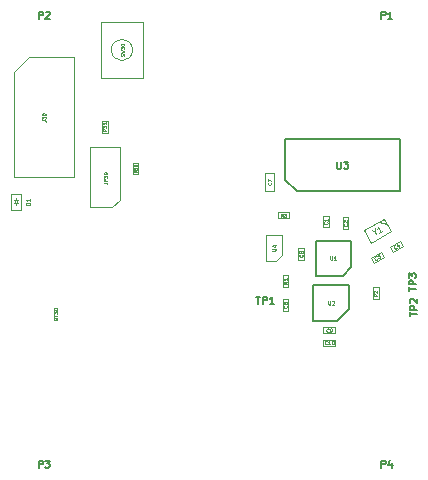
<source format=gbr>
%TF.GenerationSoftware,KiCad,Pcbnew,(5.1.5)-3*%
%TF.CreationDate,2021-08-29T15:34:29+01:00*%
%TF.ProjectId,HT07,48543037-2e6b-4696-9361-645f70636258,rev?*%
%TF.SameCoordinates,Original*%
%TF.FileFunction,Other,Fab,Top*%
%FSLAX46Y46*%
G04 Gerber Fmt 4.6, Leading zero omitted, Abs format (unit mm)*
G04 Created by KiCad (PCBNEW (5.1.5)-3) date 2021-08-29 15:34:29*
%MOMM*%
%LPD*%
G04 APERTURE LIST*
%ADD10C,0.150000*%
%ADD11C,0.100000*%
%ADD12C,0.040000*%
%ADD13C,0.075000*%
G04 APERTURE END LIST*
D10*
X118768600Y-90273000D02*
X118768600Y-87273000D01*
X118768600Y-87273000D02*
X121718600Y-87273000D01*
X121718600Y-89523000D02*
X121068600Y-90273000D01*
X121718600Y-87273000D02*
X121718600Y-89523000D01*
X118768600Y-90273000D02*
X121068600Y-90273000D01*
D11*
X102171500Y-83820000D02*
X101536500Y-84455000D01*
X102171500Y-79375000D02*
X102171500Y-83820000D01*
X99631500Y-79375000D02*
X102171500Y-79375000D01*
X99631500Y-84455000D02*
X99631500Y-79375000D01*
X101536500Y-84455000D02*
X99631500Y-84455000D01*
X93218000Y-73025000D02*
X94488000Y-71755000D01*
X93218000Y-81915000D02*
X93218000Y-73025000D01*
X98298000Y-81915000D02*
X93218000Y-81915000D01*
X98298000Y-71755000D02*
X98298000Y-81915000D01*
X94488000Y-71755000D02*
X98298000Y-71755000D01*
X100612000Y-73470000D02*
X100612000Y-68770000D01*
X100612000Y-68770000D02*
X104112000Y-68770000D01*
X104112000Y-68770000D02*
X104112000Y-73470000D01*
X104112000Y-73470000D02*
X100612000Y-73470000D01*
X103262000Y-71120000D02*
G75*
G03X103262000Y-71120000I-900000J0D01*
G01*
X92950000Y-84650000D02*
X92950000Y-83350000D01*
X92950000Y-83350000D02*
X93850000Y-83350000D01*
X93850000Y-83350000D02*
X93850000Y-84650000D01*
X93850000Y-84650000D02*
X92950000Y-84650000D01*
X93200000Y-83800000D02*
X93600000Y-83800000D01*
X93400000Y-83800000D02*
X93400000Y-83650000D01*
X93400000Y-83800000D02*
X93200000Y-84100000D01*
X93200000Y-84100000D02*
X93600000Y-84100000D01*
X93600000Y-84100000D02*
X93400000Y-83800000D01*
X93400000Y-84100000D02*
X93400000Y-84250000D01*
X115271500Y-83100000D02*
X114471500Y-83100000D01*
X114471500Y-83100000D02*
X114471500Y-81500000D01*
X114471500Y-81500000D02*
X115271500Y-81500000D01*
X115271500Y-81500000D02*
X115271500Y-83100000D01*
X115425000Y-88984000D02*
X115925000Y-88484000D01*
X114575000Y-86784000D02*
X115925000Y-86784000D01*
X114575000Y-88984000D02*
X114575000Y-86784000D01*
X115925000Y-88484000D02*
X115925000Y-86784000D01*
X114575000Y-88984000D02*
X115425000Y-88984000D01*
D10*
X121565800Y-93042000D02*
X120565800Y-94042000D01*
X121565800Y-91042000D02*
X121565800Y-93042000D01*
X118565800Y-91042000D02*
X121565800Y-91042000D01*
X118565800Y-94042000D02*
X118565800Y-91042000D01*
X120565800Y-94042000D02*
X118565800Y-94042000D01*
D11*
X116455000Y-90178000D02*
X116455000Y-91178000D01*
X115955000Y-90178000D02*
X116455000Y-90178000D01*
X115955000Y-91178000D02*
X115955000Y-90178000D01*
X116455000Y-91178000D02*
X115955000Y-91178000D01*
X124087700Y-91232100D02*
X124087700Y-92232100D01*
X123587700Y-91232100D02*
X124087700Y-91232100D01*
X123587700Y-92232100D02*
X123587700Y-91232100D01*
X124087700Y-92232100D02*
X123587700Y-92232100D01*
X115539900Y-84878100D02*
X116539900Y-84878100D01*
X115539900Y-85378100D02*
X115539900Y-84878100D01*
X116539900Y-85378100D02*
X115539900Y-85378100D01*
X116539900Y-84878100D02*
X116539900Y-85378100D01*
X103755000Y-80653000D02*
X103755000Y-81653000D01*
X103255000Y-80653000D02*
X103755000Y-80653000D01*
X103255000Y-81653000D02*
X103255000Y-80653000D01*
X103755000Y-81653000D02*
X103255000Y-81653000D01*
X100651500Y-78122400D02*
X100651500Y-77122400D01*
X101151500Y-78122400D02*
X100651500Y-78122400D01*
X101151500Y-77122400D02*
X101151500Y-78122400D01*
X100651500Y-77122400D02*
X101151500Y-77122400D01*
X119384000Y-85151340D02*
X119884000Y-85151340D01*
X119884000Y-85151340D02*
X119884000Y-86151340D01*
X119884000Y-86151340D02*
X119384000Y-86151340D01*
X119384000Y-86151340D02*
X119384000Y-85151340D01*
X121035000Y-85288500D02*
X121535000Y-85288500D01*
X121535000Y-85288500D02*
X121535000Y-86288500D01*
X121535000Y-86288500D02*
X121035000Y-86288500D01*
X121035000Y-86288500D02*
X121035000Y-85288500D01*
X123668465Y-89164506D02*
X123418465Y-88731494D01*
X123418465Y-88731494D02*
X124284491Y-88231494D01*
X124284491Y-88231494D02*
X124534491Y-88664506D01*
X124534491Y-88664506D02*
X123668465Y-89164506D01*
X115955000Y-92210000D02*
X116455000Y-92210000D01*
X116455000Y-92210000D02*
X116455000Y-93210000D01*
X116455000Y-93210000D02*
X115955000Y-93210000D01*
X115955000Y-93210000D02*
X115955000Y-92210000D01*
X117788500Y-88892000D02*
X117288500Y-88892000D01*
X117288500Y-88892000D02*
X117288500Y-87892000D01*
X117288500Y-87892000D02*
X117788500Y-87892000D01*
X117788500Y-87892000D02*
X117788500Y-88892000D01*
X119410100Y-95119000D02*
X119410100Y-94619000D01*
X119410100Y-94619000D02*
X120410100Y-94619000D01*
X120410100Y-94619000D02*
X120410100Y-95119000D01*
X120410100Y-95119000D02*
X119410100Y-95119000D01*
X119410100Y-96160400D02*
X119410100Y-95660400D01*
X119410100Y-95660400D02*
X120410100Y-95660400D01*
X120410100Y-95660400D02*
X120410100Y-96160400D01*
X120410100Y-96160400D02*
X119410100Y-96160400D01*
X125911013Y-87290494D02*
X126161013Y-87723506D01*
X126161013Y-87723506D02*
X125294987Y-88223506D01*
X125294987Y-88223506D02*
X125044987Y-87790494D01*
X125044987Y-87790494D02*
X125911013Y-87290494D01*
X124804525Y-85836897D02*
X124121513Y-85653885D01*
X123422475Y-87443115D02*
X125154525Y-86443115D01*
X122822475Y-86403885D02*
X123422475Y-87443115D01*
X124554525Y-85403885D02*
X122822475Y-86403885D01*
X125154525Y-86443115D02*
X124554525Y-85403885D01*
D10*
X117181000Y-83099000D02*
X116181000Y-82099000D01*
X125881000Y-83099000D02*
X117181000Y-83099000D01*
X125881000Y-78699000D02*
X125881000Y-83099000D01*
X116181000Y-78699000D02*
X125881000Y-78699000D01*
X116181000Y-82099000D02*
X116181000Y-78699000D01*
D12*
X120015028Y-88608714D02*
X120015028Y-88851571D01*
X120029314Y-88880142D01*
X120043600Y-88894428D01*
X120072171Y-88908714D01*
X120129314Y-88908714D01*
X120157885Y-88894428D01*
X120172171Y-88880142D01*
X120186457Y-88851571D01*
X120186457Y-88608714D01*
X120486457Y-88908714D02*
X120315028Y-88908714D01*
X120400742Y-88908714D02*
X120400742Y-88608714D01*
X120372171Y-88651571D01*
X120343600Y-88680142D01*
X120315028Y-88694428D01*
D10*
X124334642Y-106487821D02*
X124334642Y-105887821D01*
X124563214Y-105887821D01*
X124620357Y-105916393D01*
X124648928Y-105944964D01*
X124677500Y-106002107D01*
X124677500Y-106087821D01*
X124648928Y-106144964D01*
X124620357Y-106173535D01*
X124563214Y-106202107D01*
X124334642Y-106202107D01*
X125191785Y-106087821D02*
X125191785Y-106487821D01*
X125048928Y-105859250D02*
X124906071Y-106287821D01*
X125277500Y-106287821D01*
X95334642Y-106487821D02*
X95334642Y-105887821D01*
X95563214Y-105887821D01*
X95620357Y-105916393D01*
X95648928Y-105944964D01*
X95677500Y-106002107D01*
X95677500Y-106087821D01*
X95648928Y-106144964D01*
X95620357Y-106173535D01*
X95563214Y-106202107D01*
X95334642Y-106202107D01*
X95877500Y-105887821D02*
X96248928Y-105887821D01*
X96048928Y-106116393D01*
X96134642Y-106116393D01*
X96191785Y-106144964D01*
X96220357Y-106173535D01*
X96248928Y-106230678D01*
X96248928Y-106373535D01*
X96220357Y-106430678D01*
X96191785Y-106459250D01*
X96134642Y-106487821D01*
X95963214Y-106487821D01*
X95906071Y-106459250D01*
X95877500Y-106430678D01*
X95334642Y-68487821D02*
X95334642Y-67887821D01*
X95563214Y-67887821D01*
X95620357Y-67916393D01*
X95648928Y-67944964D01*
X95677500Y-68002107D01*
X95677500Y-68087821D01*
X95648928Y-68144964D01*
X95620357Y-68173535D01*
X95563214Y-68202107D01*
X95334642Y-68202107D01*
X95906071Y-67944964D02*
X95934642Y-67916393D01*
X95991785Y-67887821D01*
X96134642Y-67887821D01*
X96191785Y-67916393D01*
X96220357Y-67944964D01*
X96248928Y-68002107D01*
X96248928Y-68059250D01*
X96220357Y-68144964D01*
X95877500Y-68487821D01*
X96248928Y-68487821D01*
X124334642Y-68487821D02*
X124334642Y-67887821D01*
X124563214Y-67887821D01*
X124620357Y-67916393D01*
X124648928Y-67944964D01*
X124677500Y-68002107D01*
X124677500Y-68087821D01*
X124648928Y-68144964D01*
X124620357Y-68173535D01*
X124563214Y-68202107D01*
X124334642Y-68202107D01*
X125248928Y-68487821D02*
X124906071Y-68487821D01*
X125077500Y-68487821D02*
X125077500Y-67887821D01*
X125020357Y-67973535D01*
X124963214Y-68030678D01*
X124906071Y-68059250D01*
D12*
X100800714Y-82371357D02*
X101015000Y-82371357D01*
X101057857Y-82385642D01*
X101086428Y-82414214D01*
X101100714Y-82457071D01*
X101100714Y-82485642D01*
X101100714Y-82228500D02*
X100800714Y-82228500D01*
X100800714Y-82114214D01*
X100815000Y-82085642D01*
X100829285Y-82071357D01*
X100857857Y-82057071D01*
X100900714Y-82057071D01*
X100929285Y-82071357D01*
X100943571Y-82085642D01*
X100957857Y-82114214D01*
X100957857Y-82228500D01*
X100800714Y-81957071D02*
X100800714Y-81771357D01*
X100915000Y-81871357D01*
X100915000Y-81828500D01*
X100929285Y-81799928D01*
X100943571Y-81785642D01*
X100972142Y-81771357D01*
X101043571Y-81771357D01*
X101072142Y-81785642D01*
X101086428Y-81799928D01*
X101100714Y-81828500D01*
X101100714Y-81914214D01*
X101086428Y-81942785D01*
X101072142Y-81957071D01*
X100800714Y-81585642D02*
X100800714Y-81557071D01*
X100815000Y-81528500D01*
X100829285Y-81514214D01*
X100857857Y-81499928D01*
X100915000Y-81485642D01*
X100986428Y-81485642D01*
X101043571Y-81499928D01*
X101072142Y-81514214D01*
X101086428Y-81528500D01*
X101100714Y-81557071D01*
X101100714Y-81585642D01*
X101086428Y-81614214D01*
X101072142Y-81628500D01*
X101043571Y-81642785D01*
X100986428Y-81657071D01*
X100915000Y-81657071D01*
X100857857Y-81642785D01*
X100829285Y-81628500D01*
X100815000Y-81614214D01*
X100800714Y-81585642D01*
X95593714Y-77077857D02*
X95808000Y-77077857D01*
X95850857Y-77092142D01*
X95879428Y-77120714D01*
X95893714Y-77163571D01*
X95893714Y-77192142D01*
X95593714Y-76963571D02*
X95593714Y-76777857D01*
X95708000Y-76877857D01*
X95708000Y-76835000D01*
X95722285Y-76806428D01*
X95736571Y-76792142D01*
X95765142Y-76777857D01*
X95836571Y-76777857D01*
X95865142Y-76792142D01*
X95879428Y-76806428D01*
X95893714Y-76835000D01*
X95893714Y-76920714D01*
X95879428Y-76949285D01*
X95865142Y-76963571D01*
X95593714Y-76592142D02*
X95593714Y-76563571D01*
X95608000Y-76535000D01*
X95622285Y-76520714D01*
X95650857Y-76506428D01*
X95708000Y-76492142D01*
X95779428Y-76492142D01*
X95836571Y-76506428D01*
X95865142Y-76520714D01*
X95879428Y-76535000D01*
X95893714Y-76563571D01*
X95893714Y-76592142D01*
X95879428Y-76620714D01*
X95865142Y-76635000D01*
X95836571Y-76649285D01*
X95779428Y-76663571D01*
X95708000Y-76663571D01*
X95650857Y-76649285D01*
X95622285Y-76635000D01*
X95608000Y-76620714D01*
X95593714Y-76592142D01*
X102546928Y-71662857D02*
X102561214Y-71620000D01*
X102561214Y-71548571D01*
X102546928Y-71520000D01*
X102532642Y-71505714D01*
X102504071Y-71491428D01*
X102475500Y-71491428D01*
X102446928Y-71505714D01*
X102432642Y-71520000D01*
X102418357Y-71548571D01*
X102404071Y-71605714D01*
X102389785Y-71634285D01*
X102375500Y-71648571D01*
X102346928Y-71662857D01*
X102318357Y-71662857D01*
X102289785Y-71648571D01*
X102275500Y-71634285D01*
X102261214Y-71605714D01*
X102261214Y-71534285D01*
X102275500Y-71491428D01*
X102261214Y-71391428D02*
X102561214Y-71320000D01*
X102346928Y-71262857D01*
X102561214Y-71205714D01*
X102261214Y-71134285D01*
X102261214Y-71048571D02*
X102261214Y-70862857D01*
X102375500Y-70962857D01*
X102375500Y-70920000D01*
X102389785Y-70891428D01*
X102404071Y-70877142D01*
X102432642Y-70862857D01*
X102504071Y-70862857D01*
X102532642Y-70877142D01*
X102546928Y-70891428D01*
X102561214Y-70920000D01*
X102561214Y-71005714D01*
X102546928Y-71034285D01*
X102532642Y-71048571D01*
X102261214Y-70677142D02*
X102261214Y-70648571D01*
X102275500Y-70620000D01*
X102289785Y-70605714D01*
X102318357Y-70591428D01*
X102375500Y-70577142D01*
X102446928Y-70577142D01*
X102504071Y-70591428D01*
X102532642Y-70605714D01*
X102546928Y-70620000D01*
X102561214Y-70648571D01*
X102561214Y-70677142D01*
X102546928Y-70705714D01*
X102532642Y-70720000D01*
X102504071Y-70734285D01*
X102446928Y-70748571D01*
X102375500Y-70748571D01*
X102318357Y-70734285D01*
X102289785Y-70720000D01*
X102275500Y-70705714D01*
X102261214Y-70677142D01*
X94560214Y-84221428D02*
X94260214Y-84221428D01*
X94260214Y-84150000D01*
X94274500Y-84107142D01*
X94303071Y-84078571D01*
X94331642Y-84064285D01*
X94388785Y-84050000D01*
X94431642Y-84050000D01*
X94488785Y-84064285D01*
X94517357Y-84078571D01*
X94545928Y-84107142D01*
X94560214Y-84150000D01*
X94560214Y-84221428D01*
X94560214Y-83764285D02*
X94560214Y-83935714D01*
X94560214Y-83850000D02*
X94260214Y-83850000D01*
X94303071Y-83878571D01*
X94331642Y-83907142D01*
X94345928Y-83935714D01*
X96736571Y-93850571D02*
X96750857Y-93807714D01*
X96765142Y-93793428D01*
X96793714Y-93779142D01*
X96836571Y-93779142D01*
X96865142Y-93793428D01*
X96879428Y-93807714D01*
X96893714Y-93836285D01*
X96893714Y-93950571D01*
X96593714Y-93950571D01*
X96593714Y-93850571D01*
X96608000Y-93822000D01*
X96622285Y-93807714D01*
X96650857Y-93793428D01*
X96679428Y-93793428D01*
X96708000Y-93807714D01*
X96722285Y-93822000D01*
X96736571Y-93850571D01*
X96736571Y-93950571D01*
X96593714Y-93693428D02*
X96593714Y-93522000D01*
X96893714Y-93607714D02*
X96593714Y-93607714D01*
X96593714Y-93450571D02*
X96593714Y-93264857D01*
X96708000Y-93364857D01*
X96708000Y-93322000D01*
X96722285Y-93293428D01*
X96736571Y-93279142D01*
X96765142Y-93264857D01*
X96836571Y-93264857D01*
X96865142Y-93279142D01*
X96879428Y-93293428D01*
X96893714Y-93322000D01*
X96893714Y-93407714D01*
X96879428Y-93436285D01*
X96865142Y-93450571D01*
X96593714Y-93079142D02*
X96593714Y-93050571D01*
X96608000Y-93022000D01*
X96622285Y-93007714D01*
X96650857Y-92993428D01*
X96708000Y-92979142D01*
X96779428Y-92979142D01*
X96836571Y-92993428D01*
X96865142Y-93007714D01*
X96879428Y-93022000D01*
X96893714Y-93050571D01*
X96893714Y-93079142D01*
X96879428Y-93107714D01*
X96865142Y-93122000D01*
X96836571Y-93136285D01*
X96779428Y-93150571D01*
X96708000Y-93150571D01*
X96650857Y-93136285D01*
X96622285Y-93122000D01*
X96608000Y-93107714D01*
X96593714Y-93079142D01*
X114978642Y-82350000D02*
X114992928Y-82364285D01*
X115007214Y-82407142D01*
X115007214Y-82435714D01*
X114992928Y-82478571D01*
X114964357Y-82507142D01*
X114935785Y-82521428D01*
X114878642Y-82535714D01*
X114835785Y-82535714D01*
X114778642Y-82521428D01*
X114750071Y-82507142D01*
X114721500Y-82478571D01*
X114707214Y-82435714D01*
X114707214Y-82407142D01*
X114721500Y-82364285D01*
X114735785Y-82350000D01*
X114707214Y-82250000D02*
X114707214Y-82050000D01*
X115007214Y-82178571D01*
X115085714Y-88112571D02*
X115328571Y-88112571D01*
X115357142Y-88098285D01*
X115371428Y-88084000D01*
X115385714Y-88055428D01*
X115385714Y-87998285D01*
X115371428Y-87969714D01*
X115357142Y-87955428D01*
X115328571Y-87941142D01*
X115085714Y-87941142D01*
X115185714Y-87669714D02*
X115385714Y-87669714D01*
X115071428Y-87741142D02*
X115285714Y-87812571D01*
X115285714Y-87626857D01*
D10*
X113746057Y-92000428D02*
X114088914Y-92000428D01*
X113917485Y-92600428D02*
X113917485Y-92000428D01*
X114288914Y-92600428D02*
X114288914Y-92000428D01*
X114517485Y-92000428D01*
X114574628Y-92029000D01*
X114603200Y-92057571D01*
X114631771Y-92114714D01*
X114631771Y-92200428D01*
X114603200Y-92257571D01*
X114574628Y-92286142D01*
X114517485Y-92314714D01*
X114288914Y-92314714D01*
X115203200Y-92600428D02*
X114860342Y-92600428D01*
X115031771Y-92600428D02*
X115031771Y-92000428D01*
X114974628Y-92086142D01*
X114917485Y-92143285D01*
X114860342Y-92171857D01*
X126734928Y-93657642D02*
X126734928Y-93314785D01*
X127334928Y-93486214D02*
X126734928Y-93486214D01*
X127334928Y-93114785D02*
X126734928Y-93114785D01*
X126734928Y-92886214D01*
X126763500Y-92829071D01*
X126792071Y-92800500D01*
X126849214Y-92771928D01*
X126934928Y-92771928D01*
X126992071Y-92800500D01*
X127020642Y-92829071D01*
X127049214Y-92886214D01*
X127049214Y-93114785D01*
X126792071Y-92543357D02*
X126763500Y-92514785D01*
X126734928Y-92457642D01*
X126734928Y-92314785D01*
X126763500Y-92257642D01*
X126792071Y-92229071D01*
X126849214Y-92200500D01*
X126906357Y-92200500D01*
X126992071Y-92229071D01*
X127334928Y-92571928D01*
X127334928Y-92200500D01*
X126671428Y-91498642D02*
X126671428Y-91155785D01*
X127271428Y-91327214D02*
X126671428Y-91327214D01*
X127271428Y-90955785D02*
X126671428Y-90955785D01*
X126671428Y-90727214D01*
X126700000Y-90670071D01*
X126728571Y-90641500D01*
X126785714Y-90612928D01*
X126871428Y-90612928D01*
X126928571Y-90641500D01*
X126957142Y-90670071D01*
X126985714Y-90727214D01*
X126985714Y-90955785D01*
X126671428Y-90412928D02*
X126671428Y-90041500D01*
X126900000Y-90241500D01*
X126900000Y-90155785D01*
X126928571Y-90098642D01*
X126957142Y-90070071D01*
X127014285Y-90041500D01*
X127157142Y-90041500D01*
X127214285Y-90070071D01*
X127242857Y-90098642D01*
X127271428Y-90155785D01*
X127271428Y-90327214D01*
X127242857Y-90384357D01*
X127214285Y-90412928D01*
D12*
X119837228Y-92377714D02*
X119837228Y-92620571D01*
X119851514Y-92649142D01*
X119865800Y-92663428D01*
X119894371Y-92677714D01*
X119951514Y-92677714D01*
X119980085Y-92663428D01*
X119994371Y-92649142D01*
X120008657Y-92620571D01*
X120008657Y-92377714D01*
X120137228Y-92406285D02*
X120151514Y-92392000D01*
X120180085Y-92377714D01*
X120251514Y-92377714D01*
X120280085Y-92392000D01*
X120294371Y-92406285D01*
X120308657Y-92434857D01*
X120308657Y-92463428D01*
X120294371Y-92506285D01*
X120122942Y-92677714D01*
X120308657Y-92677714D01*
X116340714Y-90728000D02*
X116197857Y-90828000D01*
X116340714Y-90899428D02*
X116040714Y-90899428D01*
X116040714Y-90785142D01*
X116055000Y-90756571D01*
X116069285Y-90742285D01*
X116097857Y-90728000D01*
X116140714Y-90728000D01*
X116169285Y-90742285D01*
X116183571Y-90756571D01*
X116197857Y-90785142D01*
X116197857Y-90899428D01*
X116340714Y-90442285D02*
X116340714Y-90613714D01*
X116340714Y-90528000D02*
X116040714Y-90528000D01*
X116083571Y-90556571D01*
X116112142Y-90585142D01*
X116126428Y-90613714D01*
X123973414Y-91782100D02*
X123830557Y-91882100D01*
X123973414Y-91953528D02*
X123673414Y-91953528D01*
X123673414Y-91839242D01*
X123687700Y-91810671D01*
X123701985Y-91796385D01*
X123730557Y-91782100D01*
X123773414Y-91782100D01*
X123801985Y-91796385D01*
X123816271Y-91810671D01*
X123830557Y-91839242D01*
X123830557Y-91953528D01*
X123701985Y-91667814D02*
X123687700Y-91653528D01*
X123673414Y-91624957D01*
X123673414Y-91553528D01*
X123687700Y-91524957D01*
X123701985Y-91510671D01*
X123730557Y-91496385D01*
X123759128Y-91496385D01*
X123801985Y-91510671D01*
X123973414Y-91682100D01*
X123973414Y-91496385D01*
X115998233Y-85241195D02*
X115914900Y-85122147D01*
X115855376Y-85241195D02*
X115855376Y-84991195D01*
X115950614Y-84991195D01*
X115974423Y-85003100D01*
X115986328Y-85015004D01*
X115998233Y-85038814D01*
X115998233Y-85074528D01*
X115986328Y-85098338D01*
X115974423Y-85110242D01*
X115950614Y-85122147D01*
X115855376Y-85122147D01*
X116081566Y-84991195D02*
X116236328Y-84991195D01*
X116152995Y-85086433D01*
X116188709Y-85086433D01*
X116212519Y-85098338D01*
X116224423Y-85110242D01*
X116236328Y-85134052D01*
X116236328Y-85193576D01*
X116224423Y-85217385D01*
X116212519Y-85229290D01*
X116188709Y-85241195D01*
X116117280Y-85241195D01*
X116093471Y-85229290D01*
X116081566Y-85217385D01*
X103618095Y-81313714D02*
X103499047Y-81397047D01*
X103618095Y-81456571D02*
X103368095Y-81456571D01*
X103368095Y-81361333D01*
X103380000Y-81337523D01*
X103391904Y-81325619D01*
X103415714Y-81313714D01*
X103451428Y-81313714D01*
X103475238Y-81325619D01*
X103487142Y-81337523D01*
X103499047Y-81361333D01*
X103499047Y-81456571D01*
X103368095Y-81230380D02*
X103368095Y-81075619D01*
X103463333Y-81158952D01*
X103463333Y-81123238D01*
X103475238Y-81099428D01*
X103487142Y-81087523D01*
X103510952Y-81075619D01*
X103570476Y-81075619D01*
X103594285Y-81087523D01*
X103606190Y-81099428D01*
X103618095Y-81123238D01*
X103618095Y-81194666D01*
X103606190Y-81218476D01*
X103594285Y-81230380D01*
X103368095Y-80920857D02*
X103368095Y-80897047D01*
X103380000Y-80873238D01*
X103391904Y-80861333D01*
X103415714Y-80849428D01*
X103463333Y-80837523D01*
X103522857Y-80837523D01*
X103570476Y-80849428D01*
X103594285Y-80861333D01*
X103606190Y-80873238D01*
X103618095Y-80897047D01*
X103618095Y-80920857D01*
X103606190Y-80944666D01*
X103594285Y-80956571D01*
X103570476Y-80968476D01*
X103522857Y-80980380D01*
X103463333Y-80980380D01*
X103415714Y-80968476D01*
X103391904Y-80956571D01*
X103380000Y-80944666D01*
X103368095Y-80920857D01*
X101037214Y-77815257D02*
X100894357Y-77915257D01*
X101037214Y-77986685D02*
X100737214Y-77986685D01*
X100737214Y-77872400D01*
X100751500Y-77843828D01*
X100765785Y-77829542D01*
X100794357Y-77815257D01*
X100837214Y-77815257D01*
X100865785Y-77829542D01*
X100880071Y-77843828D01*
X100894357Y-77872400D01*
X100894357Y-77986685D01*
X100737214Y-77715257D02*
X100737214Y-77529542D01*
X100851500Y-77629542D01*
X100851500Y-77586685D01*
X100865785Y-77558114D01*
X100880071Y-77543828D01*
X100908642Y-77529542D01*
X100980071Y-77529542D01*
X101008642Y-77543828D01*
X101022928Y-77558114D01*
X101037214Y-77586685D01*
X101037214Y-77672400D01*
X101022928Y-77700971D01*
X101008642Y-77715257D01*
X101037214Y-77243828D02*
X101037214Y-77415257D01*
X101037214Y-77329542D02*
X100737214Y-77329542D01*
X100780071Y-77358114D01*
X100808642Y-77386685D01*
X100822928Y-77415257D01*
X119741142Y-85701340D02*
X119755428Y-85715625D01*
X119769714Y-85758482D01*
X119769714Y-85787054D01*
X119755428Y-85829911D01*
X119726857Y-85858482D01*
X119698285Y-85872768D01*
X119641142Y-85887054D01*
X119598285Y-85887054D01*
X119541142Y-85872768D01*
X119512571Y-85858482D01*
X119484000Y-85829911D01*
X119469714Y-85787054D01*
X119469714Y-85758482D01*
X119484000Y-85715625D01*
X119498285Y-85701340D01*
X119769714Y-85415625D02*
X119769714Y-85587054D01*
X119769714Y-85501340D02*
X119469714Y-85501340D01*
X119512571Y-85529911D01*
X119541142Y-85558482D01*
X119555428Y-85587054D01*
X121392142Y-85838500D02*
X121406428Y-85852785D01*
X121420714Y-85895642D01*
X121420714Y-85924214D01*
X121406428Y-85967071D01*
X121377857Y-85995642D01*
X121349285Y-86009928D01*
X121292142Y-86024214D01*
X121249285Y-86024214D01*
X121192142Y-86009928D01*
X121163571Y-85995642D01*
X121135000Y-85967071D01*
X121120714Y-85924214D01*
X121120714Y-85895642D01*
X121135000Y-85852785D01*
X121149285Y-85838500D01*
X121149285Y-85724214D02*
X121135000Y-85709928D01*
X121120714Y-85681357D01*
X121120714Y-85609928D01*
X121135000Y-85581357D01*
X121149285Y-85567071D01*
X121177857Y-85552785D01*
X121206428Y-85552785D01*
X121249285Y-85567071D01*
X121420714Y-85738500D01*
X121420714Y-85552785D01*
X123986748Y-88815788D02*
X123981519Y-88835303D01*
X123951546Y-88869103D01*
X123926803Y-88883389D01*
X123882544Y-88892445D01*
X123843515Y-88881988D01*
X123816858Y-88864387D01*
X123775914Y-88822043D01*
X123754486Y-88784927D01*
X123738286Y-88728297D01*
X123736372Y-88696411D01*
X123746830Y-88657381D01*
X123776803Y-88623581D01*
X123801546Y-88609295D01*
X123845804Y-88600239D01*
X123865319Y-88605467D01*
X123937636Y-88530724D02*
X124098469Y-88437867D01*
X124069010Y-88586841D01*
X124106125Y-88565413D01*
X124138011Y-88563499D01*
X124157526Y-88568728D01*
X124184183Y-88586328D01*
X124219898Y-88648187D01*
X124221812Y-88680074D01*
X124216583Y-88699588D01*
X124198982Y-88726246D01*
X124124751Y-88769103D01*
X124092865Y-88771017D01*
X124073350Y-88765788D01*
X116312142Y-92760000D02*
X116326428Y-92774285D01*
X116340714Y-92817142D01*
X116340714Y-92845714D01*
X116326428Y-92888571D01*
X116297857Y-92917142D01*
X116269285Y-92931428D01*
X116212142Y-92945714D01*
X116169285Y-92945714D01*
X116112142Y-92931428D01*
X116083571Y-92917142D01*
X116055000Y-92888571D01*
X116040714Y-92845714D01*
X116040714Y-92817142D01*
X116055000Y-92774285D01*
X116069285Y-92760000D01*
X116040714Y-92502857D02*
X116040714Y-92560000D01*
X116055000Y-92588571D01*
X116069285Y-92602857D01*
X116112142Y-92631428D01*
X116169285Y-92645714D01*
X116283571Y-92645714D01*
X116312142Y-92631428D01*
X116326428Y-92617142D01*
X116340714Y-92588571D01*
X116340714Y-92531428D01*
X116326428Y-92502857D01*
X116312142Y-92488571D01*
X116283571Y-92474285D01*
X116212142Y-92474285D01*
X116183571Y-92488571D01*
X116169285Y-92502857D01*
X116155000Y-92531428D01*
X116155000Y-92588571D01*
X116169285Y-92617142D01*
X116183571Y-92631428D01*
X116212142Y-92645714D01*
X117645642Y-88442000D02*
X117659928Y-88456285D01*
X117674214Y-88499142D01*
X117674214Y-88527714D01*
X117659928Y-88570571D01*
X117631357Y-88599142D01*
X117602785Y-88613428D01*
X117545642Y-88627714D01*
X117502785Y-88627714D01*
X117445642Y-88613428D01*
X117417071Y-88599142D01*
X117388500Y-88570571D01*
X117374214Y-88527714D01*
X117374214Y-88499142D01*
X117388500Y-88456285D01*
X117402785Y-88442000D01*
X117502785Y-88270571D02*
X117488500Y-88299142D01*
X117474214Y-88313428D01*
X117445642Y-88327714D01*
X117431357Y-88327714D01*
X117402785Y-88313428D01*
X117388500Y-88299142D01*
X117374214Y-88270571D01*
X117374214Y-88213428D01*
X117388500Y-88184857D01*
X117402785Y-88170571D01*
X117431357Y-88156285D01*
X117445642Y-88156285D01*
X117474214Y-88170571D01*
X117488500Y-88184857D01*
X117502785Y-88213428D01*
X117502785Y-88270571D01*
X117517071Y-88299142D01*
X117531357Y-88313428D01*
X117559928Y-88327714D01*
X117617071Y-88327714D01*
X117645642Y-88313428D01*
X117659928Y-88299142D01*
X117674214Y-88270571D01*
X117674214Y-88213428D01*
X117659928Y-88184857D01*
X117645642Y-88170571D01*
X117617071Y-88156285D01*
X117559928Y-88156285D01*
X117531357Y-88170571D01*
X117517071Y-88184857D01*
X117502785Y-88213428D01*
X119860100Y-94976142D02*
X119845814Y-94990428D01*
X119802957Y-95004714D01*
X119774385Y-95004714D01*
X119731528Y-94990428D01*
X119702957Y-94961857D01*
X119688671Y-94933285D01*
X119674385Y-94876142D01*
X119674385Y-94833285D01*
X119688671Y-94776142D01*
X119702957Y-94747571D01*
X119731528Y-94719000D01*
X119774385Y-94704714D01*
X119802957Y-94704714D01*
X119845814Y-94719000D01*
X119860100Y-94733285D01*
X120002957Y-95004714D02*
X120060100Y-95004714D01*
X120088671Y-94990428D01*
X120102957Y-94976142D01*
X120131528Y-94933285D01*
X120145814Y-94876142D01*
X120145814Y-94761857D01*
X120131528Y-94733285D01*
X120117242Y-94719000D01*
X120088671Y-94704714D01*
X120031528Y-94704714D01*
X120002957Y-94719000D01*
X119988671Y-94733285D01*
X119974385Y-94761857D01*
X119974385Y-94833285D01*
X119988671Y-94861857D01*
X120002957Y-94876142D01*
X120031528Y-94890428D01*
X120088671Y-94890428D01*
X120117242Y-94876142D01*
X120131528Y-94861857D01*
X120145814Y-94833285D01*
X119717242Y-96017542D02*
X119702957Y-96031828D01*
X119660100Y-96046114D01*
X119631528Y-96046114D01*
X119588671Y-96031828D01*
X119560100Y-96003257D01*
X119545814Y-95974685D01*
X119531528Y-95917542D01*
X119531528Y-95874685D01*
X119545814Y-95817542D01*
X119560100Y-95788971D01*
X119588671Y-95760400D01*
X119631528Y-95746114D01*
X119660100Y-95746114D01*
X119702957Y-95760400D01*
X119717242Y-95774685D01*
X120002957Y-96046114D02*
X119831528Y-96046114D01*
X119917242Y-96046114D02*
X119917242Y-95746114D01*
X119888671Y-95788971D01*
X119860100Y-95817542D01*
X119831528Y-95831828D01*
X120188671Y-95746114D02*
X120217242Y-95746114D01*
X120245814Y-95760400D01*
X120260100Y-95774685D01*
X120274385Y-95803257D01*
X120288671Y-95860400D01*
X120288671Y-95931828D01*
X120274385Y-95988971D01*
X120260100Y-96017542D01*
X120245814Y-96031828D01*
X120217242Y-96046114D01*
X120188671Y-96046114D01*
X120160100Y-96031828D01*
X120145814Y-96017542D01*
X120131528Y-95988971D01*
X120117242Y-95931828D01*
X120117242Y-95860400D01*
X120131528Y-95803257D01*
X120145814Y-95774685D01*
X120160100Y-95760400D01*
X120188671Y-95746114D01*
X125613270Y-87874788D02*
X125608041Y-87894303D01*
X125578068Y-87928103D01*
X125553325Y-87942389D01*
X125509066Y-87951445D01*
X125470037Y-87940988D01*
X125443380Y-87923387D01*
X125402436Y-87881043D01*
X125381008Y-87843927D01*
X125364808Y-87787297D01*
X125362894Y-87755411D01*
X125373352Y-87716381D01*
X125403325Y-87682581D01*
X125428068Y-87668295D01*
X125472326Y-87659239D01*
X125491841Y-87664467D01*
X125750248Y-87597755D02*
X125850248Y-87770960D01*
X125631246Y-87534495D02*
X125676530Y-87755786D01*
X125837363Y-87662929D01*
D13*
X123776351Y-86532237D02*
X123895398Y-86738434D01*
X123501061Y-86388754D02*
X123776351Y-86532237D01*
X123789736Y-86222088D01*
X124410890Y-86440815D02*
X124163454Y-86583672D01*
X124287172Y-86512243D02*
X124037172Y-86079231D01*
X124031647Y-86164899D01*
X124014217Y-86229948D01*
X123984882Y-86274377D01*
D10*
X120573857Y-80570428D02*
X120573857Y-81056142D01*
X120602428Y-81113285D01*
X120631000Y-81141857D01*
X120688142Y-81170428D01*
X120802428Y-81170428D01*
X120859571Y-81141857D01*
X120888142Y-81113285D01*
X120916714Y-81056142D01*
X120916714Y-80570428D01*
X121145285Y-80570428D02*
X121516714Y-80570428D01*
X121316714Y-80799000D01*
X121402428Y-80799000D01*
X121459571Y-80827571D01*
X121488142Y-80856142D01*
X121516714Y-80913285D01*
X121516714Y-81056142D01*
X121488142Y-81113285D01*
X121459571Y-81141857D01*
X121402428Y-81170428D01*
X121231000Y-81170428D01*
X121173857Y-81141857D01*
X121145285Y-81113285D01*
M02*

</source>
